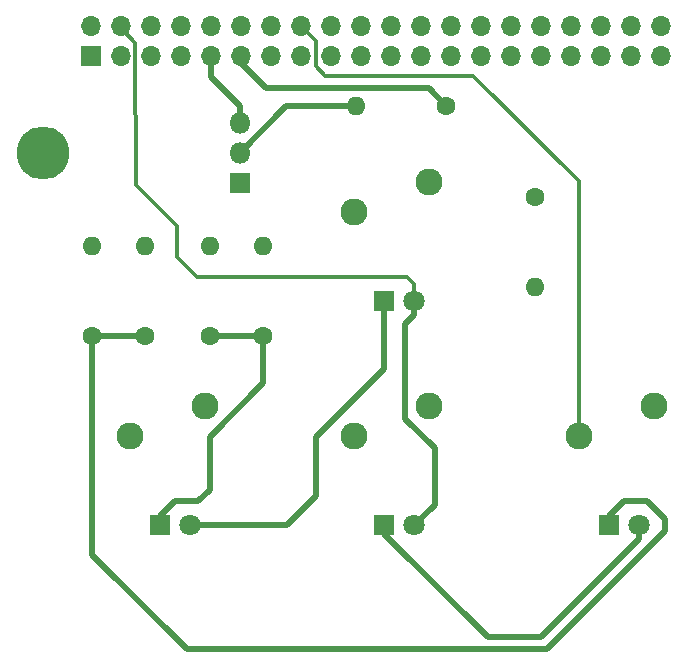
<source format=gbl>
G04 #@! TF.FileFunction,Copper,L2,Bot,Signal*
%FSLAX46Y46*%
G04 Gerber Fmt 4.6, Leading zero omitted, Abs format (unit mm)*
G04 Created by KiCad (PCBNEW 4.0.6) date 07/22/17 01:00:57*
%MOMM*%
%LPD*%
G01*
G04 APERTURE LIST*
%ADD10C,0.100000*%
%ADD11O,4.500000X4.500000*%
%ADD12R,1.800000X1.800000*%
%ADD13O,1.800000X1.800000*%
%ADD14C,1.800000*%
%ADD15R,1.700000X1.700000*%
%ADD16O,1.700000X1.700000*%
%ADD17C,2.286000*%
%ADD18C,1.600000*%
%ADD19O,1.600000X1.600000*%
%ADD20C,0.500000*%
%ADD21C,0.375000*%
G04 APERTURE END LIST*
D10*
D11*
X48340000Y-86460000D03*
D12*
X65000000Y-89000000D03*
D13*
X65000000Y-86460000D03*
X65000000Y-83920000D03*
D12*
X77250000Y-99000000D03*
D14*
X79790000Y-99000000D03*
D12*
X58250000Y-118000000D03*
D14*
X60790000Y-118000000D03*
D12*
X77250000Y-118000000D03*
D14*
X79790000Y-118000000D03*
D12*
X96250000Y-118000000D03*
D14*
X98790000Y-118000000D03*
D15*
X52370000Y-78270000D03*
D16*
X52370000Y-75730000D03*
X54910000Y-78270000D03*
X54910000Y-75730000D03*
X57450000Y-78270000D03*
X57450000Y-75730000D03*
X59990000Y-78270000D03*
X59990000Y-75730000D03*
X62530000Y-78270000D03*
X62530000Y-75730000D03*
X65070000Y-78270000D03*
X65070000Y-75730000D03*
X67610000Y-78270000D03*
X67610000Y-75730000D03*
X70150000Y-78270000D03*
X70150000Y-75730000D03*
X72690000Y-78270000D03*
X72690000Y-75730000D03*
X75230000Y-78270000D03*
X75230000Y-75730000D03*
X77770000Y-78270000D03*
X77770000Y-75730000D03*
X80310000Y-78270000D03*
X80310000Y-75730000D03*
X82850000Y-78270000D03*
X82850000Y-75730000D03*
X85390000Y-78270000D03*
X85390000Y-75730000D03*
X87930000Y-78270000D03*
X87930000Y-75730000D03*
X90470000Y-78270000D03*
X90470000Y-75730000D03*
X93010000Y-78270000D03*
X93010000Y-75730000D03*
X95550000Y-78270000D03*
X95550000Y-75730000D03*
X98090000Y-78270000D03*
X98090000Y-75730000D03*
X100630000Y-78270000D03*
X100630000Y-75730000D03*
D17*
X81040000Y-88920000D03*
X74690000Y-91460000D03*
X62040000Y-107920000D03*
X55690000Y-110460000D03*
X81040000Y-107920000D03*
X74690000Y-110460000D03*
X100040000Y-107920000D03*
X93690000Y-110460000D03*
D18*
X90000000Y-90250000D03*
D19*
X90000000Y-97870000D03*
D18*
X82500000Y-82500000D03*
D19*
X74880000Y-82500000D03*
D18*
X62500000Y-102000000D03*
D19*
X62500000Y-94380000D03*
D18*
X67000000Y-102000000D03*
D19*
X67000000Y-94380000D03*
D18*
X52500000Y-102000000D03*
D19*
X52500000Y-94380000D03*
D18*
X57000000Y-102000000D03*
D19*
X57000000Y-94380000D03*
D20*
X77250000Y-99000000D02*
X77250000Y-104750000D01*
X69000000Y-118000000D02*
X60790000Y-118000000D01*
X71500000Y-115500000D02*
X69000000Y-118000000D01*
X71500000Y-110500000D02*
X71500000Y-115500000D01*
X77250000Y-104750000D02*
X71500000Y-110500000D01*
D21*
X54940000Y-75660000D02*
X54940000Y-75940000D01*
X54940000Y-75940000D02*
X56175000Y-77150000D01*
X79790000Y-97590000D02*
X79790000Y-99000000D01*
X79200000Y-97000000D02*
X79790000Y-97590000D01*
X61400000Y-97000000D02*
X79200000Y-97000000D01*
X59700000Y-95300000D02*
X61400000Y-97000000D01*
X59700000Y-92700000D02*
X59700000Y-95300000D01*
X56200000Y-89200000D02*
X59700000Y-92700000D01*
X56175000Y-77150000D02*
X56200000Y-89200000D01*
D20*
X79790000Y-99000000D02*
X79790000Y-100210000D01*
X81500000Y-116290000D02*
X79790000Y-118000000D01*
X81500000Y-111500000D02*
X81500000Y-116290000D01*
X79000000Y-109000000D02*
X81500000Y-111500000D01*
X79000000Y-101000000D02*
X79000000Y-109000000D01*
X79790000Y-100210000D02*
X79000000Y-101000000D01*
X67000000Y-102000000D02*
X62500000Y-102000000D01*
X58250000Y-118000000D02*
X58250000Y-117250000D01*
X58250000Y-117250000D02*
X59500000Y-116000000D01*
X59500000Y-116000000D02*
X61500000Y-116000000D01*
X61500000Y-116000000D02*
X62500000Y-115000000D01*
X62500000Y-115000000D02*
X62500000Y-110500000D01*
X62500000Y-110500000D02*
X67000000Y-106000000D01*
X67000000Y-106000000D02*
X67000000Y-102000000D01*
X77250000Y-118000000D02*
X77250000Y-118750000D01*
X77250000Y-118750000D02*
X86000000Y-127500000D01*
X86000000Y-127500000D02*
X90500000Y-127500000D01*
X90500000Y-127500000D02*
X98790000Y-119210000D01*
X98790000Y-119210000D02*
X98790000Y-118000000D01*
X52500000Y-102000000D02*
X57000000Y-102000000D01*
X96250000Y-118000000D02*
X96250000Y-117250000D01*
X96250000Y-117250000D02*
X97500000Y-116000000D01*
X97500000Y-116000000D02*
X99500000Y-116000000D01*
X99500000Y-116000000D02*
X101000000Y-117500000D01*
X101000000Y-117500000D02*
X101000000Y-118500000D01*
X101000000Y-118500000D02*
X91000000Y-128500000D01*
X91000000Y-128500000D02*
X60500000Y-128500000D01*
X60500000Y-128500000D02*
X52500000Y-120500000D01*
X52500000Y-120500000D02*
X52500000Y-102000000D01*
X65100000Y-78200000D02*
X65100000Y-78850000D01*
X65100000Y-78850000D02*
X67250000Y-81000000D01*
X81000000Y-81000000D02*
X82500000Y-82500000D01*
X67250000Y-81000000D02*
X81000000Y-81000000D01*
X65100000Y-78200000D02*
X65100000Y-78350000D01*
D21*
X70180000Y-75660000D02*
X70180000Y-75780000D01*
X70180000Y-75780000D02*
X71425000Y-77000000D01*
X71425000Y-77000000D02*
X71425000Y-79100000D01*
X71425000Y-79100000D02*
X72250000Y-80000000D01*
X72250000Y-80000000D02*
X84750000Y-80000000D01*
X84750000Y-80000000D02*
X93690000Y-88890000D01*
X93690000Y-88890000D02*
X93690000Y-110460000D01*
D20*
X74880000Y-82500000D02*
X68960000Y-82500000D01*
X68960000Y-82500000D02*
X65000000Y-86460000D01*
X65000000Y-83920000D02*
X65000000Y-82500000D01*
X62560000Y-80060000D02*
X62560000Y-78200000D01*
X65000000Y-82500000D02*
X62560000Y-80060000D01*
M02*

</source>
